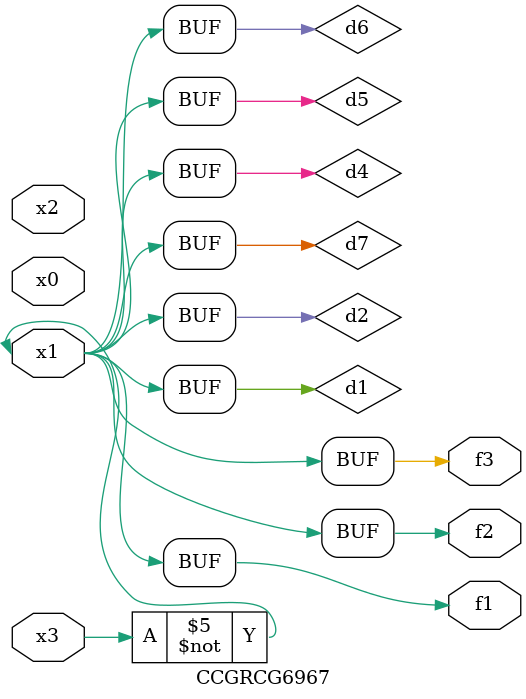
<source format=v>
module CCGRCG6967(
	input x0, x1, x2, x3,
	output f1, f2, f3
);

	wire d1, d2, d3, d4, d5, d6, d7;

	not (d1, x3);
	buf (d2, x1);
	xnor (d3, d1, d2);
	nor (d4, d1);
	buf (d5, d1, d2);
	buf (d6, d4, d5);
	nand (d7, d4);
	assign f1 = d6;
	assign f2 = d7;
	assign f3 = d6;
endmodule

</source>
